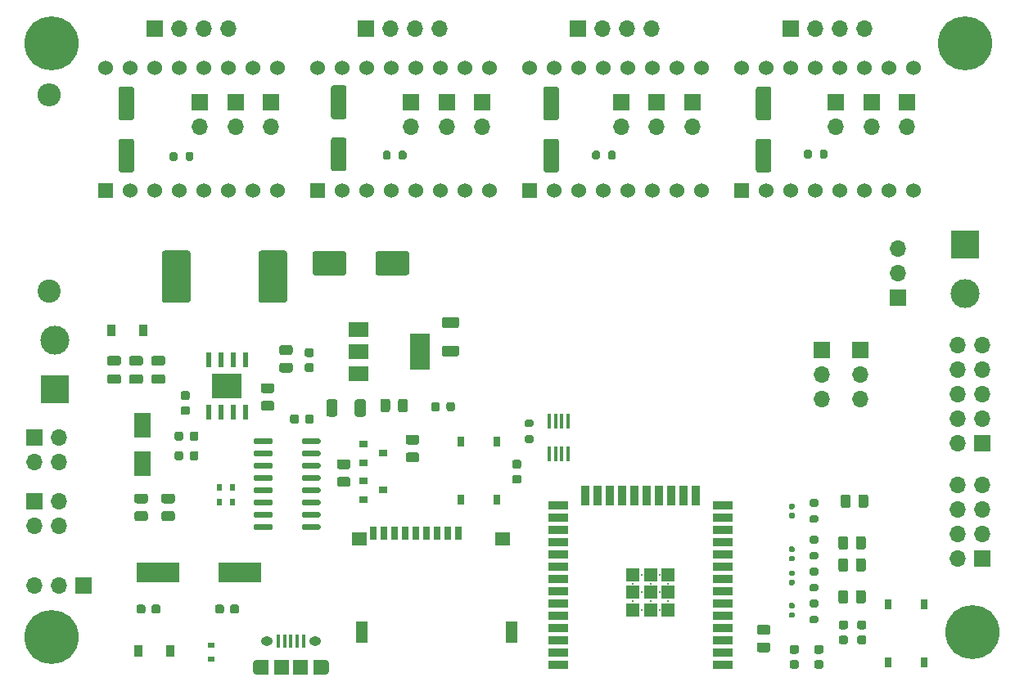
<source format=gts>
G04 #@! TF.GenerationSoftware,KiCad,Pcbnew,(5.1.9)-1*
G04 #@! TF.CreationDate,2021-11-23T21:03:06+05:30*
G04 #@! TF.ProjectId,Onyx PCB,4f6e7978-2050-4434-922e-6b696361645f,rev?*
G04 #@! TF.SameCoordinates,Original*
G04 #@! TF.FileFunction,Soldermask,Top*
G04 #@! TF.FilePolarity,Negative*
%FSLAX46Y46*%
G04 Gerber Fmt 4.6, Leading zero omitted, Abs format (unit mm)*
G04 Created by KiCad (PCBNEW (5.1.9)-1) date 2021-11-23 21:03:06*
%MOMM*%
%LPD*%
G01*
G04 APERTURE LIST*
%ADD10C,0.300000*%
%ADD11R,1.330000X1.330000*%
%ADD12R,2.000000X0.900000*%
%ADD13R,0.900000X2.000000*%
%ADD14O,1.700000X1.700000*%
%ADD15R,1.700000X1.700000*%
%ADD16O,0.890000X1.550000*%
%ADD17R,1.200000X1.550000*%
%ADD18R,1.500000X1.550000*%
%ADD19O,1.250000X0.950000*%
%ADD20R,0.400000X1.350000*%
%ADD21R,4.500000X2.000000*%
%ADD22R,1.800000X2.500000*%
%ADD23R,2.000000X1.500000*%
%ADD24R,2.000000X3.800000*%
%ADD25R,0.300000X1.600000*%
%ADD26R,0.600000X1.550000*%
%ADD27R,3.100000X2.600000*%
%ADD28C,1.530000*%
%ADD29R,1.530000X1.530000*%
%ADD30R,0.750000X1.000000*%
%ADD31R,0.900000X0.800000*%
%ADD32C,3.000000*%
%ADD33R,3.000000X3.000000*%
%ADD34R,1.200000X2.200000*%
%ADD35R,1.600000X1.400000*%
%ADD36R,0.700000X1.400000*%
%ADD37C,5.600000*%
%ADD38O,2.400000X2.400000*%
%ADD39C,2.400000*%
%ADD40R,0.900000X1.200000*%
%ADD41R,0.600000X0.700000*%
%ADD42R,0.700000X0.600000*%
G04 APERTURE END LIST*
D10*
X177882500Y-136260000D03*
X179717500Y-136260000D03*
X176965000Y-137177500D03*
X178800000Y-137177500D03*
X180635000Y-137177500D03*
X177882500Y-138095000D03*
X179717500Y-138095000D03*
X176965000Y-139012500D03*
X178800000Y-139012500D03*
X180635000Y-139012500D03*
X177882500Y-139930000D03*
X179717500Y-139930000D03*
D11*
X176965000Y-136260000D03*
X178800000Y-136260000D03*
X180635000Y-136260000D03*
X176965000Y-138095000D03*
X178800000Y-138095000D03*
X180635000Y-138095000D03*
X176965000Y-139930000D03*
X178800000Y-139930000D03*
X180635000Y-139930000D03*
D12*
X169300000Y-145595000D03*
X169300000Y-144325000D03*
X169300000Y-143055000D03*
X169300000Y-141785000D03*
X169300000Y-140515000D03*
X169300000Y-139245000D03*
X169300000Y-137975000D03*
X169300000Y-136705000D03*
X169300000Y-135435000D03*
X169300000Y-134165000D03*
X169300000Y-132895000D03*
X169300000Y-131625000D03*
X169300000Y-130355000D03*
X169300000Y-129085000D03*
D13*
X172085000Y-128085000D03*
X173355000Y-128085000D03*
X174625000Y-128085000D03*
X175895000Y-128085000D03*
X177165000Y-128085000D03*
X178435000Y-128085000D03*
X179705000Y-128085000D03*
X180975000Y-128085000D03*
X182245000Y-128085000D03*
X183515000Y-128085000D03*
D12*
X186300000Y-129085000D03*
X186300000Y-130355000D03*
X186300000Y-131625000D03*
X186300000Y-132895000D03*
X186300000Y-134165000D03*
X186300000Y-135435000D03*
X186300000Y-136705000D03*
X186300000Y-137975000D03*
X186300000Y-139245000D03*
X186300000Y-140515000D03*
X186300000Y-141785000D03*
X186300000Y-143055000D03*
X186300000Y-144325000D03*
X186300000Y-145595000D03*
G36*
G01*
X196465000Y-144455000D02*
X195965000Y-144455000D01*
G75*
G02*
X195740000Y-144230000I0J225000D01*
G01*
X195740000Y-143780000D01*
G75*
G02*
X195965000Y-143555000I225000J0D01*
G01*
X196465000Y-143555000D01*
G75*
G02*
X196690000Y-143780000I0J-225000D01*
G01*
X196690000Y-144230000D01*
G75*
G02*
X196465000Y-144455000I-225000J0D01*
G01*
G37*
G36*
G01*
X196465000Y-146005000D02*
X195965000Y-146005000D01*
G75*
G02*
X195740000Y-145780000I0J225000D01*
G01*
X195740000Y-145330000D01*
G75*
G02*
X195965000Y-145105000I225000J0D01*
G01*
X196465000Y-145105000D01*
G75*
G02*
X196690000Y-145330000I0J-225000D01*
G01*
X196690000Y-145780000D01*
G75*
G02*
X196465000Y-146005000I-225000J0D01*
G01*
G37*
G36*
G01*
X193925000Y-144455000D02*
X193425000Y-144455000D01*
G75*
G02*
X193200000Y-144230000I0J225000D01*
G01*
X193200000Y-143780000D01*
G75*
G02*
X193425000Y-143555000I225000J0D01*
G01*
X193925000Y-143555000D01*
G75*
G02*
X194150000Y-143780000I0J-225000D01*
G01*
X194150000Y-144230000D01*
G75*
G02*
X193925000Y-144455000I-225000J0D01*
G01*
G37*
G36*
G01*
X193925000Y-146005000D02*
X193425000Y-146005000D01*
G75*
G02*
X193200000Y-145780000I0J225000D01*
G01*
X193200000Y-145330000D01*
G75*
G02*
X193425000Y-145105000I225000J0D01*
G01*
X193925000Y-145105000D01*
G75*
G02*
X194150000Y-145330000I0J-225000D01*
G01*
X194150000Y-145780000D01*
G75*
G02*
X193925000Y-146005000I-225000J0D01*
G01*
G37*
D14*
X200508000Y-118110000D03*
X200508000Y-115570000D03*
D15*
X200508000Y-113030000D03*
D14*
X115062000Y-137414000D03*
X117602000Y-137414000D03*
D15*
X120142000Y-137414000D03*
D16*
X145105000Y-145826000D03*
X138105000Y-145826000D03*
D17*
X144505000Y-145826000D03*
X138705000Y-145826000D03*
D18*
X142605000Y-145826000D03*
X140605000Y-145826000D03*
D19*
X144105000Y-143126000D03*
X139105000Y-143126000D03*
D20*
X142905000Y-143126000D03*
X142255000Y-143126000D03*
X141605000Y-143126000D03*
X140955000Y-143126000D03*
X140305000Y-143126000D03*
G36*
G01*
X142724000Y-122578000D02*
X142724000Y-122278000D01*
G75*
G02*
X142874000Y-122128000I150000J0D01*
G01*
X144524000Y-122128000D01*
G75*
G02*
X144674000Y-122278000I0J-150000D01*
G01*
X144674000Y-122578000D01*
G75*
G02*
X144524000Y-122728000I-150000J0D01*
G01*
X142874000Y-122728000D01*
G75*
G02*
X142724000Y-122578000I0J150000D01*
G01*
G37*
G36*
G01*
X142724000Y-123848000D02*
X142724000Y-123548000D01*
G75*
G02*
X142874000Y-123398000I150000J0D01*
G01*
X144524000Y-123398000D01*
G75*
G02*
X144674000Y-123548000I0J-150000D01*
G01*
X144674000Y-123848000D01*
G75*
G02*
X144524000Y-123998000I-150000J0D01*
G01*
X142874000Y-123998000D01*
G75*
G02*
X142724000Y-123848000I0J150000D01*
G01*
G37*
G36*
G01*
X142724000Y-125118000D02*
X142724000Y-124818000D01*
G75*
G02*
X142874000Y-124668000I150000J0D01*
G01*
X144524000Y-124668000D01*
G75*
G02*
X144674000Y-124818000I0J-150000D01*
G01*
X144674000Y-125118000D01*
G75*
G02*
X144524000Y-125268000I-150000J0D01*
G01*
X142874000Y-125268000D01*
G75*
G02*
X142724000Y-125118000I0J150000D01*
G01*
G37*
G36*
G01*
X142724000Y-126388000D02*
X142724000Y-126088000D01*
G75*
G02*
X142874000Y-125938000I150000J0D01*
G01*
X144524000Y-125938000D01*
G75*
G02*
X144674000Y-126088000I0J-150000D01*
G01*
X144674000Y-126388000D01*
G75*
G02*
X144524000Y-126538000I-150000J0D01*
G01*
X142874000Y-126538000D01*
G75*
G02*
X142724000Y-126388000I0J150000D01*
G01*
G37*
G36*
G01*
X142724000Y-127658000D02*
X142724000Y-127358000D01*
G75*
G02*
X142874000Y-127208000I150000J0D01*
G01*
X144524000Y-127208000D01*
G75*
G02*
X144674000Y-127358000I0J-150000D01*
G01*
X144674000Y-127658000D01*
G75*
G02*
X144524000Y-127808000I-150000J0D01*
G01*
X142874000Y-127808000D01*
G75*
G02*
X142724000Y-127658000I0J150000D01*
G01*
G37*
G36*
G01*
X142724000Y-128928000D02*
X142724000Y-128628000D01*
G75*
G02*
X142874000Y-128478000I150000J0D01*
G01*
X144524000Y-128478000D01*
G75*
G02*
X144674000Y-128628000I0J-150000D01*
G01*
X144674000Y-128928000D01*
G75*
G02*
X144524000Y-129078000I-150000J0D01*
G01*
X142874000Y-129078000D01*
G75*
G02*
X142724000Y-128928000I0J150000D01*
G01*
G37*
G36*
G01*
X142724000Y-130198000D02*
X142724000Y-129898000D01*
G75*
G02*
X142874000Y-129748000I150000J0D01*
G01*
X144524000Y-129748000D01*
G75*
G02*
X144674000Y-129898000I0J-150000D01*
G01*
X144674000Y-130198000D01*
G75*
G02*
X144524000Y-130348000I-150000J0D01*
G01*
X142874000Y-130348000D01*
G75*
G02*
X142724000Y-130198000I0J150000D01*
G01*
G37*
G36*
G01*
X142724000Y-131468000D02*
X142724000Y-131168000D01*
G75*
G02*
X142874000Y-131018000I150000J0D01*
G01*
X144524000Y-131018000D01*
G75*
G02*
X144674000Y-131168000I0J-150000D01*
G01*
X144674000Y-131468000D01*
G75*
G02*
X144524000Y-131618000I-150000J0D01*
G01*
X142874000Y-131618000D01*
G75*
G02*
X142724000Y-131468000I0J150000D01*
G01*
G37*
G36*
G01*
X137774000Y-131468000D02*
X137774000Y-131168000D01*
G75*
G02*
X137924000Y-131018000I150000J0D01*
G01*
X139574000Y-131018000D01*
G75*
G02*
X139724000Y-131168000I0J-150000D01*
G01*
X139724000Y-131468000D01*
G75*
G02*
X139574000Y-131618000I-150000J0D01*
G01*
X137924000Y-131618000D01*
G75*
G02*
X137774000Y-131468000I0J150000D01*
G01*
G37*
G36*
G01*
X137774000Y-130198000D02*
X137774000Y-129898000D01*
G75*
G02*
X137924000Y-129748000I150000J0D01*
G01*
X139574000Y-129748000D01*
G75*
G02*
X139724000Y-129898000I0J-150000D01*
G01*
X139724000Y-130198000D01*
G75*
G02*
X139574000Y-130348000I-150000J0D01*
G01*
X137924000Y-130348000D01*
G75*
G02*
X137774000Y-130198000I0J150000D01*
G01*
G37*
G36*
G01*
X137774000Y-128928000D02*
X137774000Y-128628000D01*
G75*
G02*
X137924000Y-128478000I150000J0D01*
G01*
X139574000Y-128478000D01*
G75*
G02*
X139724000Y-128628000I0J-150000D01*
G01*
X139724000Y-128928000D01*
G75*
G02*
X139574000Y-129078000I-150000J0D01*
G01*
X137924000Y-129078000D01*
G75*
G02*
X137774000Y-128928000I0J150000D01*
G01*
G37*
G36*
G01*
X137774000Y-127658000D02*
X137774000Y-127358000D01*
G75*
G02*
X137924000Y-127208000I150000J0D01*
G01*
X139574000Y-127208000D01*
G75*
G02*
X139724000Y-127358000I0J-150000D01*
G01*
X139724000Y-127658000D01*
G75*
G02*
X139574000Y-127808000I-150000J0D01*
G01*
X137924000Y-127808000D01*
G75*
G02*
X137774000Y-127658000I0J150000D01*
G01*
G37*
G36*
G01*
X137774000Y-126388000D02*
X137774000Y-126088000D01*
G75*
G02*
X137924000Y-125938000I150000J0D01*
G01*
X139574000Y-125938000D01*
G75*
G02*
X139724000Y-126088000I0J-150000D01*
G01*
X139724000Y-126388000D01*
G75*
G02*
X139574000Y-126538000I-150000J0D01*
G01*
X137924000Y-126538000D01*
G75*
G02*
X137774000Y-126388000I0J150000D01*
G01*
G37*
G36*
G01*
X137774000Y-125118000D02*
X137774000Y-124818000D01*
G75*
G02*
X137924000Y-124668000I150000J0D01*
G01*
X139574000Y-124668000D01*
G75*
G02*
X139724000Y-124818000I0J-150000D01*
G01*
X139724000Y-125118000D01*
G75*
G02*
X139574000Y-125268000I-150000J0D01*
G01*
X137924000Y-125268000D01*
G75*
G02*
X137774000Y-125118000I0J150000D01*
G01*
G37*
G36*
G01*
X137774000Y-123848000D02*
X137774000Y-123548000D01*
G75*
G02*
X137924000Y-123398000I150000J0D01*
G01*
X139574000Y-123398000D01*
G75*
G02*
X139724000Y-123548000I0J-150000D01*
G01*
X139724000Y-123848000D01*
G75*
G02*
X139574000Y-123998000I-150000J0D01*
G01*
X137924000Y-123998000D01*
G75*
G02*
X137774000Y-123848000I0J150000D01*
G01*
G37*
G36*
G01*
X137774000Y-122578000D02*
X137774000Y-122278000D01*
G75*
G02*
X137924000Y-122128000I150000J0D01*
G01*
X139574000Y-122128000D01*
G75*
G02*
X139724000Y-122278000I0J-150000D01*
G01*
X139724000Y-122578000D01*
G75*
G02*
X139574000Y-122728000I-150000J0D01*
G01*
X137924000Y-122728000D01*
G75*
G02*
X137774000Y-122578000I0J150000D01*
G01*
G37*
D21*
X136330000Y-136017000D03*
X127830000Y-136017000D03*
G36*
G01*
X129355002Y-128886000D02*
X128454998Y-128886000D01*
G75*
G02*
X128205000Y-128636002I0J249998D01*
G01*
X128205000Y-128110998D01*
G75*
G02*
X128454998Y-127861000I249998J0D01*
G01*
X129355002Y-127861000D01*
G75*
G02*
X129605000Y-128110998I0J-249998D01*
G01*
X129605000Y-128636002D01*
G75*
G02*
X129355002Y-128886000I-249998J0D01*
G01*
G37*
G36*
G01*
X129355002Y-130711000D02*
X128454998Y-130711000D01*
G75*
G02*
X128205000Y-130461002I0J249998D01*
G01*
X128205000Y-129935998D01*
G75*
G02*
X128454998Y-129686000I249998J0D01*
G01*
X129355002Y-129686000D01*
G75*
G02*
X129605000Y-129935998I0J-249998D01*
G01*
X129605000Y-130461002D01*
G75*
G02*
X129355002Y-130711000I-249998J0D01*
G01*
G37*
G36*
G01*
X126561002Y-128886000D02*
X125660998Y-128886000D01*
G75*
G02*
X125411000Y-128636002I0J249998D01*
G01*
X125411000Y-128110998D01*
G75*
G02*
X125660998Y-127861000I249998J0D01*
G01*
X126561002Y-127861000D01*
G75*
G02*
X126811000Y-128110998I0J-249998D01*
G01*
X126811000Y-128636002D01*
G75*
G02*
X126561002Y-128886000I-249998J0D01*
G01*
G37*
G36*
G01*
X126561002Y-130711000D02*
X125660998Y-130711000D01*
G75*
G02*
X125411000Y-130461002I0J249998D01*
G01*
X125411000Y-129935998D01*
G75*
G02*
X125660998Y-129686000I249998J0D01*
G01*
X126561002Y-129686000D01*
G75*
G02*
X126811000Y-129935998I0J-249998D01*
G01*
X126811000Y-130461002D01*
G75*
G02*
X126561002Y-130711000I-249998J0D01*
G01*
G37*
G36*
G01*
X130460000Y-123695750D02*
X130460000Y-124208250D01*
G75*
G02*
X130241250Y-124427000I-218750J0D01*
G01*
X129803750Y-124427000D01*
G75*
G02*
X129585000Y-124208250I0J218750D01*
G01*
X129585000Y-123695750D01*
G75*
G02*
X129803750Y-123477000I218750J0D01*
G01*
X130241250Y-123477000D01*
G75*
G02*
X130460000Y-123695750I0J-218750D01*
G01*
G37*
G36*
G01*
X132035000Y-123695750D02*
X132035000Y-124208250D01*
G75*
G02*
X131816250Y-124427000I-218750J0D01*
G01*
X131378750Y-124427000D01*
G75*
G02*
X131160000Y-124208250I0J218750D01*
G01*
X131160000Y-123695750D01*
G75*
G02*
X131378750Y-123477000I218750J0D01*
G01*
X131816250Y-123477000D01*
G75*
G02*
X132035000Y-123695750I0J-218750D01*
G01*
G37*
G36*
G01*
X130460000Y-121663750D02*
X130460000Y-122176250D01*
G75*
G02*
X130241250Y-122395000I-218750J0D01*
G01*
X129803750Y-122395000D01*
G75*
G02*
X129585000Y-122176250I0J218750D01*
G01*
X129585000Y-121663750D01*
G75*
G02*
X129803750Y-121445000I218750J0D01*
G01*
X130241250Y-121445000D01*
G75*
G02*
X130460000Y-121663750I0J-218750D01*
G01*
G37*
G36*
G01*
X132035000Y-121663750D02*
X132035000Y-122176250D01*
G75*
G02*
X131816250Y-122395000I-218750J0D01*
G01*
X131378750Y-122395000D01*
G75*
G02*
X131160000Y-122176250I0J218750D01*
G01*
X131160000Y-121663750D01*
G75*
G02*
X131378750Y-121445000I218750J0D01*
G01*
X131816250Y-121445000D01*
G75*
G02*
X132035000Y-121663750I0J-218750D01*
G01*
G37*
G36*
G01*
X142423000Y-119892000D02*
X142423000Y-120392000D01*
G75*
G02*
X142198000Y-120617000I-225000J0D01*
G01*
X141748000Y-120617000D01*
G75*
G02*
X141523000Y-120392000I0J225000D01*
G01*
X141523000Y-119892000D01*
G75*
G02*
X141748000Y-119667000I225000J0D01*
G01*
X142198000Y-119667000D01*
G75*
G02*
X142423000Y-119892000I0J-225000D01*
G01*
G37*
G36*
G01*
X143973000Y-119892000D02*
X143973000Y-120392000D01*
G75*
G02*
X143748000Y-120617000I-225000J0D01*
G01*
X143298000Y-120617000D01*
G75*
G02*
X143073000Y-120392000I0J225000D01*
G01*
X143073000Y-119892000D01*
G75*
G02*
X143298000Y-119667000I225000J0D01*
G01*
X143748000Y-119667000D01*
G75*
G02*
X143973000Y-119892000I0J-225000D01*
G01*
G37*
G36*
G01*
X135326000Y-140077000D02*
X135326000Y-139577000D01*
G75*
G02*
X135551000Y-139352000I225000J0D01*
G01*
X136001000Y-139352000D01*
G75*
G02*
X136226000Y-139577000I0J-225000D01*
G01*
X136226000Y-140077000D01*
G75*
G02*
X136001000Y-140302000I-225000J0D01*
G01*
X135551000Y-140302000D01*
G75*
G02*
X135326000Y-140077000I0J225000D01*
G01*
G37*
G36*
G01*
X133776000Y-140077000D02*
X133776000Y-139577000D01*
G75*
G02*
X134001000Y-139352000I225000J0D01*
G01*
X134451000Y-139352000D01*
G75*
G02*
X134676000Y-139577000I0J-225000D01*
G01*
X134676000Y-140077000D01*
G75*
G02*
X134451000Y-140302000I-225000J0D01*
G01*
X134001000Y-140302000D01*
G75*
G02*
X133776000Y-140077000I0J225000D01*
G01*
G37*
G36*
G01*
X127198000Y-140077000D02*
X127198000Y-139577000D01*
G75*
G02*
X127423000Y-139352000I225000J0D01*
G01*
X127873000Y-139352000D01*
G75*
G02*
X128098000Y-139577000I0J-225000D01*
G01*
X128098000Y-140077000D01*
G75*
G02*
X127873000Y-140302000I-225000J0D01*
G01*
X127423000Y-140302000D01*
G75*
G02*
X127198000Y-140077000I0J225000D01*
G01*
G37*
G36*
G01*
X125648000Y-140077000D02*
X125648000Y-139577000D01*
G75*
G02*
X125873000Y-139352000I225000J0D01*
G01*
X126323000Y-139352000D01*
G75*
G02*
X126548000Y-139577000I0J-225000D01*
G01*
X126548000Y-140077000D01*
G75*
G02*
X126323000Y-140302000I-225000J0D01*
G01*
X125873000Y-140302000D01*
G75*
G02*
X125648000Y-140077000I0J225000D01*
G01*
G37*
G36*
G01*
X143760000Y-113721000D02*
X143260000Y-113721000D01*
G75*
G02*
X143035000Y-113496000I0J225000D01*
G01*
X143035000Y-113046000D01*
G75*
G02*
X143260000Y-112821000I225000J0D01*
G01*
X143760000Y-112821000D01*
G75*
G02*
X143985000Y-113046000I0J-225000D01*
G01*
X143985000Y-113496000D01*
G75*
G02*
X143760000Y-113721000I-225000J0D01*
G01*
G37*
G36*
G01*
X143760000Y-115271000D02*
X143260000Y-115271000D01*
G75*
G02*
X143035000Y-115046000I0J225000D01*
G01*
X143035000Y-114596000D01*
G75*
G02*
X143260000Y-114371000I225000J0D01*
G01*
X143760000Y-114371000D01*
G75*
G02*
X143985000Y-114596000I0J-225000D01*
G01*
X143985000Y-115046000D01*
G75*
G02*
X143760000Y-115271000I-225000J0D01*
G01*
G37*
G36*
G01*
X195982000Y-139656000D02*
X195432000Y-139656000D01*
G75*
G02*
X195232000Y-139456000I0J200000D01*
G01*
X195232000Y-139056000D01*
G75*
G02*
X195432000Y-138856000I200000J0D01*
G01*
X195982000Y-138856000D01*
G75*
G02*
X196182000Y-139056000I0J-200000D01*
G01*
X196182000Y-139456000D01*
G75*
G02*
X195982000Y-139656000I-200000J0D01*
G01*
G37*
G36*
G01*
X195982000Y-141306000D02*
X195432000Y-141306000D01*
G75*
G02*
X195232000Y-141106000I0J200000D01*
G01*
X195232000Y-140706000D01*
G75*
G02*
X195432000Y-140506000I200000J0D01*
G01*
X195982000Y-140506000D01*
G75*
G02*
X196182000Y-140706000I0J-200000D01*
G01*
X196182000Y-141106000D01*
G75*
G02*
X195982000Y-141306000I-200000J0D01*
G01*
G37*
G36*
G01*
X195432000Y-130092000D02*
X195982000Y-130092000D01*
G75*
G02*
X196182000Y-130292000I0J-200000D01*
G01*
X196182000Y-130692000D01*
G75*
G02*
X195982000Y-130892000I-200000J0D01*
G01*
X195432000Y-130892000D01*
G75*
G02*
X195232000Y-130692000I0J200000D01*
G01*
X195232000Y-130292000D01*
G75*
G02*
X195432000Y-130092000I200000J0D01*
G01*
G37*
G36*
G01*
X195432000Y-128442000D02*
X195982000Y-128442000D01*
G75*
G02*
X196182000Y-128642000I0J-200000D01*
G01*
X196182000Y-129042000D01*
G75*
G02*
X195982000Y-129242000I-200000J0D01*
G01*
X195432000Y-129242000D01*
G75*
G02*
X195232000Y-129042000I0J200000D01*
G01*
X195232000Y-128642000D01*
G75*
G02*
X195432000Y-128442000I200000J0D01*
G01*
G37*
G36*
G01*
X195982000Y-133052000D02*
X195432000Y-133052000D01*
G75*
G02*
X195232000Y-132852000I0J200000D01*
G01*
X195232000Y-132452000D01*
G75*
G02*
X195432000Y-132252000I200000J0D01*
G01*
X195982000Y-132252000D01*
G75*
G02*
X196182000Y-132452000I0J-200000D01*
G01*
X196182000Y-132852000D01*
G75*
G02*
X195982000Y-133052000I-200000J0D01*
G01*
G37*
G36*
G01*
X195982000Y-134702000D02*
X195432000Y-134702000D01*
G75*
G02*
X195232000Y-134502000I0J200000D01*
G01*
X195232000Y-134102000D01*
G75*
G02*
X195432000Y-133902000I200000J0D01*
G01*
X195982000Y-133902000D01*
G75*
G02*
X196182000Y-134102000I0J-200000D01*
G01*
X196182000Y-134502000D01*
G75*
G02*
X195982000Y-134702000I-200000J0D01*
G01*
G37*
G36*
G01*
X195432000Y-137204000D02*
X195982000Y-137204000D01*
G75*
G02*
X196182000Y-137404000I0J-200000D01*
G01*
X196182000Y-137804000D01*
G75*
G02*
X195982000Y-138004000I-200000J0D01*
G01*
X195432000Y-138004000D01*
G75*
G02*
X195232000Y-137804000I0J200000D01*
G01*
X195232000Y-137404000D01*
G75*
G02*
X195432000Y-137204000I200000J0D01*
G01*
G37*
G36*
G01*
X195432000Y-135554000D02*
X195982000Y-135554000D01*
G75*
G02*
X196182000Y-135754000I0J-200000D01*
G01*
X196182000Y-136154000D01*
G75*
G02*
X195982000Y-136354000I-200000J0D01*
G01*
X195432000Y-136354000D01*
G75*
G02*
X195232000Y-136154000I0J200000D01*
G01*
X195232000Y-135754000D01*
G75*
G02*
X195432000Y-135554000I200000J0D01*
G01*
G37*
G36*
G01*
X200298000Y-129101002D02*
X200298000Y-128200998D01*
G75*
G02*
X200547998Y-127951000I249998J0D01*
G01*
X201073002Y-127951000D01*
G75*
G02*
X201323000Y-128200998I0J-249998D01*
G01*
X201323000Y-129101002D01*
G75*
G02*
X201073002Y-129351000I-249998J0D01*
G01*
X200547998Y-129351000D01*
G75*
G02*
X200298000Y-129101002I0J249998D01*
G01*
G37*
G36*
G01*
X198473000Y-129101002D02*
X198473000Y-128200998D01*
G75*
G02*
X198722998Y-127951000I249998J0D01*
G01*
X199248002Y-127951000D01*
G75*
G02*
X199498000Y-128200998I0J-249998D01*
G01*
X199498000Y-129101002D01*
G75*
G02*
X199248002Y-129351000I-249998J0D01*
G01*
X198722998Y-129351000D01*
G75*
G02*
X198473000Y-129101002I0J249998D01*
G01*
G37*
G36*
G01*
X200044000Y-135705002D02*
X200044000Y-134804998D01*
G75*
G02*
X200293998Y-134555000I249998J0D01*
G01*
X200819002Y-134555000D01*
G75*
G02*
X201069000Y-134804998I0J-249998D01*
G01*
X201069000Y-135705002D01*
G75*
G02*
X200819002Y-135955000I-249998J0D01*
G01*
X200293998Y-135955000D01*
G75*
G02*
X200044000Y-135705002I0J249998D01*
G01*
G37*
G36*
G01*
X198219000Y-135705002D02*
X198219000Y-134804998D01*
G75*
G02*
X198468998Y-134555000I249998J0D01*
G01*
X198994002Y-134555000D01*
G75*
G02*
X199244000Y-134804998I0J-249998D01*
G01*
X199244000Y-135705002D01*
G75*
G02*
X198994002Y-135955000I-249998J0D01*
G01*
X198468998Y-135955000D01*
G75*
G02*
X198219000Y-135705002I0J249998D01*
G01*
G37*
G36*
G01*
X200044000Y-133419002D02*
X200044000Y-132518998D01*
G75*
G02*
X200293998Y-132269000I249998J0D01*
G01*
X200819002Y-132269000D01*
G75*
G02*
X201069000Y-132518998I0J-249998D01*
G01*
X201069000Y-133419002D01*
G75*
G02*
X200819002Y-133669000I-249998J0D01*
G01*
X200293998Y-133669000D01*
G75*
G02*
X200044000Y-133419002I0J249998D01*
G01*
G37*
G36*
G01*
X198219000Y-133419002D02*
X198219000Y-132518998D01*
G75*
G02*
X198468998Y-132269000I249998J0D01*
G01*
X198994002Y-132269000D01*
G75*
G02*
X199244000Y-132518998I0J-249998D01*
G01*
X199244000Y-133419002D01*
G75*
G02*
X198994002Y-133669000I-249998J0D01*
G01*
X198468998Y-133669000D01*
G75*
G02*
X198219000Y-133419002I0J249998D01*
G01*
G37*
G36*
G01*
X200044000Y-139007002D02*
X200044000Y-138106998D01*
G75*
G02*
X200293998Y-137857000I249998J0D01*
G01*
X200819002Y-137857000D01*
G75*
G02*
X201069000Y-138106998I0J-249998D01*
G01*
X201069000Y-139007002D01*
G75*
G02*
X200819002Y-139257000I-249998J0D01*
G01*
X200293998Y-139257000D01*
G75*
G02*
X200044000Y-139007002I0J249998D01*
G01*
G37*
G36*
G01*
X198219000Y-139007002D02*
X198219000Y-138106998D01*
G75*
G02*
X198468998Y-137857000I249998J0D01*
G01*
X198994002Y-137857000D01*
G75*
G02*
X199244000Y-138106998I0J-249998D01*
G01*
X199244000Y-139007002D01*
G75*
G02*
X198994002Y-139257000I-249998J0D01*
G01*
X198468998Y-139257000D01*
G75*
G02*
X198219000Y-139007002I0J249998D01*
G01*
G37*
G36*
G01*
X166518000Y-120987000D02*
X165968000Y-120987000D01*
G75*
G02*
X165768000Y-120787000I0J200000D01*
G01*
X165768000Y-120387000D01*
G75*
G02*
X165968000Y-120187000I200000J0D01*
G01*
X166518000Y-120187000D01*
G75*
G02*
X166718000Y-120387000I0J-200000D01*
G01*
X166718000Y-120787000D01*
G75*
G02*
X166518000Y-120987000I-200000J0D01*
G01*
G37*
G36*
G01*
X166518000Y-122637000D02*
X165968000Y-122637000D01*
G75*
G02*
X165768000Y-122437000I0J200000D01*
G01*
X165768000Y-122037000D01*
G75*
G02*
X165968000Y-121837000I200000J0D01*
G01*
X166518000Y-121837000D01*
G75*
G02*
X166718000Y-122037000I0J-200000D01*
G01*
X166718000Y-122437000D01*
G75*
G02*
X166518000Y-122637000I-200000J0D01*
G01*
G37*
G36*
G01*
X152673000Y-119195002D02*
X152673000Y-118294998D01*
G75*
G02*
X152922998Y-118045000I249998J0D01*
G01*
X153448002Y-118045000D01*
G75*
G02*
X153698000Y-118294998I0J-249998D01*
G01*
X153698000Y-119195002D01*
G75*
G02*
X153448002Y-119445000I-249998J0D01*
G01*
X152922998Y-119445000D01*
G75*
G02*
X152673000Y-119195002I0J249998D01*
G01*
G37*
G36*
G01*
X150848000Y-119195002D02*
X150848000Y-118294998D01*
G75*
G02*
X151097998Y-118045000I249998J0D01*
G01*
X151623002Y-118045000D01*
G75*
G02*
X151873000Y-118294998I0J-249998D01*
G01*
X151873000Y-119195002D01*
G75*
G02*
X151623002Y-119445000I-249998J0D01*
G01*
X151097998Y-119445000D01*
G75*
G02*
X150848000Y-119195002I0J249998D01*
G01*
G37*
G36*
G01*
X195472000Y-92435000D02*
X195472000Y-92985000D01*
G75*
G02*
X195272000Y-93185000I-200000J0D01*
G01*
X194872000Y-93185000D01*
G75*
G02*
X194672000Y-92985000I0J200000D01*
G01*
X194672000Y-92435000D01*
G75*
G02*
X194872000Y-92235000I200000J0D01*
G01*
X195272000Y-92235000D01*
G75*
G02*
X195472000Y-92435000I0J-200000D01*
G01*
G37*
G36*
G01*
X197122000Y-92435000D02*
X197122000Y-92985000D01*
G75*
G02*
X196922000Y-93185000I-200000J0D01*
G01*
X196522000Y-93185000D01*
G75*
G02*
X196322000Y-92985000I0J200000D01*
G01*
X196322000Y-92435000D01*
G75*
G02*
X196522000Y-92235000I200000J0D01*
G01*
X196922000Y-92235000D01*
G75*
G02*
X197122000Y-92435000I0J-200000D01*
G01*
G37*
G36*
G01*
X139642002Y-117456000D02*
X138741998Y-117456000D01*
G75*
G02*
X138492000Y-117206002I0J249998D01*
G01*
X138492000Y-116680998D01*
G75*
G02*
X138741998Y-116431000I249998J0D01*
G01*
X139642002Y-116431000D01*
G75*
G02*
X139892000Y-116680998I0J-249998D01*
G01*
X139892000Y-117206002D01*
G75*
G02*
X139642002Y-117456000I-249998J0D01*
G01*
G37*
G36*
G01*
X139642002Y-119281000D02*
X138741998Y-119281000D01*
G75*
G02*
X138492000Y-119031002I0J249998D01*
G01*
X138492000Y-118505998D01*
G75*
G02*
X138741998Y-118256000I249998J0D01*
G01*
X139642002Y-118256000D01*
G75*
G02*
X139892000Y-118505998I0J-249998D01*
G01*
X139892000Y-119031002D01*
G75*
G02*
X139642002Y-119281000I-249998J0D01*
G01*
G37*
G36*
G01*
X140646998Y-114319000D02*
X141547002Y-114319000D01*
G75*
G02*
X141797000Y-114568998I0J-249998D01*
G01*
X141797000Y-115094002D01*
G75*
G02*
X141547002Y-115344000I-249998J0D01*
G01*
X140646998Y-115344000D01*
G75*
G02*
X140397000Y-115094002I0J249998D01*
G01*
X140397000Y-114568998D01*
G75*
G02*
X140646998Y-114319000I249998J0D01*
G01*
G37*
G36*
G01*
X140646998Y-112494000D02*
X141547002Y-112494000D01*
G75*
G02*
X141797000Y-112743998I0J-249998D01*
G01*
X141797000Y-113269002D01*
G75*
G02*
X141547002Y-113519000I-249998J0D01*
G01*
X140646998Y-113519000D01*
G75*
G02*
X140397000Y-113269002I0J249998D01*
G01*
X140397000Y-112743998D01*
G75*
G02*
X140646998Y-112494000I249998J0D01*
G01*
G37*
G36*
G01*
X153727998Y-123590000D02*
X154628002Y-123590000D01*
G75*
G02*
X154878000Y-123839998I0J-249998D01*
G01*
X154878000Y-124365002D01*
G75*
G02*
X154628002Y-124615000I-249998J0D01*
G01*
X153727998Y-124615000D01*
G75*
G02*
X153478000Y-124365002I0J249998D01*
G01*
X153478000Y-123839998D01*
G75*
G02*
X153727998Y-123590000I249998J0D01*
G01*
G37*
G36*
G01*
X153727998Y-121765000D02*
X154628002Y-121765000D01*
G75*
G02*
X154878000Y-122014998I0J-249998D01*
G01*
X154878000Y-122540002D01*
G75*
G02*
X154628002Y-122790000I-249998J0D01*
G01*
X153727998Y-122790000D01*
G75*
G02*
X153478000Y-122540002I0J249998D01*
G01*
X153478000Y-122014998D01*
G75*
G02*
X153727998Y-121765000I249998J0D01*
G01*
G37*
G36*
G01*
X147516002Y-125330000D02*
X146615998Y-125330000D01*
G75*
G02*
X146366000Y-125080002I0J249998D01*
G01*
X146366000Y-124554998D01*
G75*
G02*
X146615998Y-124305000I249998J0D01*
G01*
X147516002Y-124305000D01*
G75*
G02*
X147766000Y-124554998I0J-249998D01*
G01*
X147766000Y-125080002D01*
G75*
G02*
X147516002Y-125330000I-249998J0D01*
G01*
G37*
G36*
G01*
X147516002Y-127155000D02*
X146615998Y-127155000D01*
G75*
G02*
X146366000Y-126905002I0J249998D01*
G01*
X146366000Y-126379998D01*
G75*
G02*
X146615998Y-126130000I249998J0D01*
G01*
X147516002Y-126130000D01*
G75*
G02*
X147766000Y-126379998I0J-249998D01*
G01*
X147766000Y-126905002D01*
G75*
G02*
X147516002Y-127155000I-249998J0D01*
G01*
G37*
G36*
G01*
X173565000Y-92562000D02*
X173565000Y-93112000D01*
G75*
G02*
X173365000Y-93312000I-200000J0D01*
G01*
X172965000Y-93312000D01*
G75*
G02*
X172765000Y-93112000I0J200000D01*
G01*
X172765000Y-92562000D01*
G75*
G02*
X172965000Y-92362000I200000J0D01*
G01*
X173365000Y-92362000D01*
G75*
G02*
X173565000Y-92562000I0J-200000D01*
G01*
G37*
G36*
G01*
X175215000Y-92562000D02*
X175215000Y-93112000D01*
G75*
G02*
X175015000Y-93312000I-200000J0D01*
G01*
X174615000Y-93312000D01*
G75*
G02*
X174415000Y-93112000I0J200000D01*
G01*
X174415000Y-92562000D01*
G75*
G02*
X174615000Y-92362000I200000J0D01*
G01*
X175015000Y-92362000D01*
G75*
G02*
X175215000Y-92562000I0J-200000D01*
G01*
G37*
G36*
G01*
X151911000Y-92562000D02*
X151911000Y-93112000D01*
G75*
G02*
X151711000Y-93312000I-200000J0D01*
G01*
X151311000Y-93312000D01*
G75*
G02*
X151111000Y-93112000I0J200000D01*
G01*
X151111000Y-92562000D01*
G75*
G02*
X151311000Y-92362000I200000J0D01*
G01*
X151711000Y-92362000D01*
G75*
G02*
X151911000Y-92562000I0J-200000D01*
G01*
G37*
G36*
G01*
X153561000Y-92562000D02*
X153561000Y-93112000D01*
G75*
G02*
X153361000Y-93312000I-200000J0D01*
G01*
X152961000Y-93312000D01*
G75*
G02*
X152761000Y-93112000I0J200000D01*
G01*
X152761000Y-92562000D01*
G75*
G02*
X152961000Y-92362000I200000J0D01*
G01*
X153361000Y-92362000D01*
G75*
G02*
X153561000Y-92562000I0J-200000D01*
G01*
G37*
G36*
G01*
X190950002Y-142475000D02*
X190049998Y-142475000D01*
G75*
G02*
X189800000Y-142225002I0J249998D01*
G01*
X189800000Y-141699998D01*
G75*
G02*
X190049998Y-141450000I249998J0D01*
G01*
X190950002Y-141450000D01*
G75*
G02*
X191200000Y-141699998I0J-249998D01*
G01*
X191200000Y-142225002D01*
G75*
G02*
X190950002Y-142475000I-249998J0D01*
G01*
G37*
G36*
G01*
X190950002Y-144300000D02*
X190049998Y-144300000D01*
G75*
G02*
X189800000Y-144050002I0J249998D01*
G01*
X189800000Y-143524998D01*
G75*
G02*
X190049998Y-143275000I249998J0D01*
G01*
X190950002Y-143275000D01*
G75*
G02*
X191200000Y-143524998I0J-249998D01*
G01*
X191200000Y-144050002D01*
G75*
G02*
X190950002Y-144300000I-249998J0D01*
G01*
G37*
G36*
G01*
X129877000Y-92689000D02*
X129877000Y-93239000D01*
G75*
G02*
X129677000Y-93439000I-200000J0D01*
G01*
X129277000Y-93439000D01*
G75*
G02*
X129077000Y-93239000I0J200000D01*
G01*
X129077000Y-92689000D01*
G75*
G02*
X129277000Y-92489000I200000J0D01*
G01*
X129677000Y-92489000D01*
G75*
G02*
X129877000Y-92689000I0J-200000D01*
G01*
G37*
G36*
G01*
X131527000Y-92689000D02*
X131527000Y-93239000D01*
G75*
G02*
X131327000Y-93439000I-200000J0D01*
G01*
X130927000Y-93439000D01*
G75*
G02*
X130727000Y-93239000I0J200000D01*
G01*
X130727000Y-92689000D01*
G75*
G02*
X130927000Y-92489000I200000J0D01*
G01*
X131327000Y-92489000D01*
G75*
G02*
X131527000Y-92689000I0J-200000D01*
G01*
G37*
G36*
G01*
X138247000Y-107810000D02*
X138247000Y-103010000D01*
G75*
G02*
X138547000Y-102710000I300000J0D01*
G01*
X140947000Y-102710000D01*
G75*
G02*
X141247000Y-103010000I0J-300000D01*
G01*
X141247000Y-107810000D01*
G75*
G02*
X140947000Y-108110000I-300000J0D01*
G01*
X138547000Y-108110000D01*
G75*
G02*
X138247000Y-107810000I0J300000D01*
G01*
G37*
G36*
G01*
X128247000Y-107810000D02*
X128247000Y-103010000D01*
G75*
G02*
X128547000Y-102710000I300000J0D01*
G01*
X130947000Y-102710000D01*
G75*
G02*
X131247000Y-103010000I0J-300000D01*
G01*
X131247000Y-107810000D01*
G75*
G02*
X130947000Y-108110000I-300000J0D01*
G01*
X128547000Y-108110000D01*
G75*
G02*
X128247000Y-107810000I0J300000D01*
G01*
G37*
D14*
X210566000Y-127000000D03*
X213106000Y-127000000D03*
X210566000Y-129540000D03*
X213106000Y-129540000D03*
X210566000Y-132080000D03*
X213106000Y-132080000D03*
X210566000Y-134620000D03*
D15*
X213106000Y-134620000D03*
D14*
X210566000Y-112522000D03*
X213106000Y-112522000D03*
X210566000Y-115062000D03*
X213106000Y-115062000D03*
X210566000Y-117602000D03*
X213106000Y-117602000D03*
X210566000Y-120142000D03*
X213106000Y-120142000D03*
X210566000Y-122682000D03*
D15*
X213106000Y-122682000D03*
D14*
X205359000Y-89916000D03*
D15*
X205359000Y-87376000D03*
D14*
X201676000Y-89916000D03*
D15*
X201676000Y-87376000D03*
D14*
X197993000Y-89916000D03*
D15*
X197993000Y-87376000D03*
D14*
X183134000Y-89916000D03*
D15*
X183134000Y-87376000D03*
D14*
X179451000Y-89916000D03*
D15*
X179451000Y-87376000D03*
D14*
X175768000Y-89916000D03*
D15*
X175768000Y-87376000D03*
D14*
X161417000Y-89916000D03*
D15*
X161417000Y-87376000D03*
D14*
X157734000Y-89916000D03*
D15*
X157734000Y-87376000D03*
D14*
X154051000Y-89916000D03*
D15*
X154051000Y-87376000D03*
D14*
X139573000Y-89916000D03*
D15*
X139573000Y-87376000D03*
D14*
X135890000Y-89916000D03*
D15*
X135890000Y-87376000D03*
D14*
X132207000Y-89916000D03*
D15*
X132207000Y-87376000D03*
D22*
X126238000Y-124809000D03*
X126238000Y-120809000D03*
G36*
G01*
X130933000Y-118166000D02*
X130433000Y-118166000D01*
G75*
G02*
X130208000Y-117941000I0J225000D01*
G01*
X130208000Y-117491000D01*
G75*
G02*
X130433000Y-117266000I225000J0D01*
G01*
X130933000Y-117266000D01*
G75*
G02*
X131158000Y-117491000I0J-225000D01*
G01*
X131158000Y-117941000D01*
G75*
G02*
X130933000Y-118166000I-225000J0D01*
G01*
G37*
G36*
G01*
X130933000Y-119716000D02*
X130433000Y-119716000D01*
G75*
G02*
X130208000Y-119491000I0J225000D01*
G01*
X130208000Y-119041000D01*
G75*
G02*
X130433000Y-118816000I225000J0D01*
G01*
X130933000Y-118816000D01*
G75*
G02*
X131158000Y-119041000I0J-225000D01*
G01*
X131158000Y-119491000D01*
G75*
G02*
X130933000Y-119716000I-225000J0D01*
G01*
G37*
D23*
X148615000Y-110857000D03*
X148615000Y-115457000D03*
X148615000Y-113157000D03*
D24*
X154915000Y-113157000D03*
D25*
X168316000Y-120347000D03*
X168966000Y-120347000D03*
X169616000Y-120347000D03*
X170266000Y-120347000D03*
X170266000Y-123747000D03*
X169616000Y-123747000D03*
X168966000Y-123747000D03*
X168316000Y-123747000D03*
D26*
X133096000Y-114013000D03*
X134366000Y-114013000D03*
X135636000Y-114013000D03*
X136906000Y-114013000D03*
X136906000Y-119413000D03*
X135636000Y-119413000D03*
X134366000Y-119413000D03*
X133096000Y-119413000D03*
D27*
X135001000Y-116713000D03*
D28*
X188214000Y-83820000D03*
X190754000Y-83820000D03*
X193294000Y-83820000D03*
X195834000Y-83820000D03*
X198374000Y-83820000D03*
X200914000Y-83820000D03*
X203454000Y-83820000D03*
X205994000Y-83820000D03*
X205994000Y-96520000D03*
X203454000Y-96520000D03*
X200914000Y-96520000D03*
X198374000Y-96520000D03*
X195834000Y-96520000D03*
X193294000Y-96520000D03*
X190754000Y-96520000D03*
D29*
X188214000Y-96520000D03*
D28*
X166285000Y-83820000D03*
X168825000Y-83820000D03*
X171365000Y-83820000D03*
X173905000Y-83820000D03*
X176445000Y-83820000D03*
X178985000Y-83820000D03*
X181525000Y-83820000D03*
X184065000Y-83820000D03*
X184065000Y-96520000D03*
X181525000Y-96520000D03*
X178985000Y-96520000D03*
X176445000Y-96520000D03*
X173905000Y-96520000D03*
X171365000Y-96520000D03*
X168825000Y-96520000D03*
D29*
X166285000Y-96520000D03*
D28*
X144357000Y-83820000D03*
X146897000Y-83820000D03*
X149437000Y-83820000D03*
X151977000Y-83820000D03*
X154517000Y-83820000D03*
X157057000Y-83820000D03*
X159597000Y-83820000D03*
X162137000Y-83820000D03*
X162137000Y-96520000D03*
X159597000Y-96520000D03*
X157057000Y-96520000D03*
X154517000Y-96520000D03*
X151977000Y-96520000D03*
X149437000Y-96520000D03*
X146897000Y-96520000D03*
D29*
X144357000Y-96520000D03*
D28*
X122428000Y-83820000D03*
X124968000Y-83820000D03*
X127508000Y-83820000D03*
X130048000Y-83820000D03*
X132588000Y-83820000D03*
X135128000Y-83820000D03*
X137668000Y-83820000D03*
X140208000Y-83820000D03*
X140208000Y-96520000D03*
X137668000Y-96520000D03*
X135128000Y-96520000D03*
X132588000Y-96520000D03*
X130048000Y-96520000D03*
X127508000Y-96520000D03*
X124968000Y-96520000D03*
D29*
X122428000Y-96520000D03*
D30*
X203357000Y-145367000D03*
X203357000Y-139367000D03*
X207107000Y-145367000D03*
X207107000Y-139367000D03*
X162911000Y-122476000D03*
X162911000Y-128476000D03*
X159161000Y-122476000D03*
X159161000Y-128476000D03*
D31*
X151114000Y-127508000D03*
X149114000Y-128458000D03*
X149114000Y-126558000D03*
X151114000Y-123698000D03*
X149114000Y-124648000D03*
X149114000Y-122748000D03*
D14*
X204419000Y-102464000D03*
X204419000Y-105004000D03*
D15*
X204419000Y-107544000D03*
D14*
X117602000Y-131191000D03*
X115062000Y-131191000D03*
X117602000Y-128651000D03*
D15*
X115062000Y-128651000D03*
D14*
X117602000Y-124587000D03*
X115062000Y-124587000D03*
X117602000Y-122047000D03*
D15*
X115062000Y-122047000D03*
D32*
X211328000Y-107188000D03*
D33*
X211328000Y-102108000D03*
D14*
X196494000Y-118110000D03*
X196494000Y-115570000D03*
D15*
X196494000Y-113030000D03*
D34*
X164439000Y-142188000D03*
X148939000Y-142188000D03*
D35*
X163539000Y-132588000D03*
X148689000Y-132588000D03*
D36*
X150139000Y-131988000D03*
X151239000Y-131988000D03*
X152339000Y-131988000D03*
X153439000Y-131988000D03*
X154539000Y-131988000D03*
X155639000Y-131988000D03*
X156739000Y-131988000D03*
X157839000Y-131988000D03*
X158939000Y-131988000D03*
D32*
X117221000Y-112014000D03*
D33*
X117221000Y-117094000D03*
D14*
X200914000Y-79756000D03*
X198374000Y-79756000D03*
X195834000Y-79756000D03*
D15*
X193294000Y-79756000D03*
D14*
X178943000Y-79756000D03*
X176403000Y-79756000D03*
X173863000Y-79756000D03*
D15*
X171323000Y-79756000D03*
D14*
X156972000Y-79756000D03*
X154432000Y-79756000D03*
X151892000Y-79756000D03*
D15*
X149352000Y-79756000D03*
D14*
X135138000Y-79756000D03*
X132598000Y-79756000D03*
X130058000Y-79756000D03*
D15*
X127518000Y-79756000D03*
D37*
X116840000Y-81280000D03*
X212090000Y-142240000D03*
X116840000Y-142748000D03*
X211328000Y-81280000D03*
D38*
X116586000Y-86614000D03*
D39*
X116586000Y-106934000D03*
G36*
G01*
X157003000Y-118615750D02*
X157003000Y-119128250D01*
G75*
G02*
X156784250Y-119347000I-218750J0D01*
G01*
X156346750Y-119347000D01*
G75*
G02*
X156128000Y-119128250I0J218750D01*
G01*
X156128000Y-118615750D01*
G75*
G02*
X156346750Y-118397000I218750J0D01*
G01*
X156784250Y-118397000D01*
G75*
G02*
X157003000Y-118615750I0J-218750D01*
G01*
G37*
G36*
G01*
X158578000Y-118615750D02*
X158578000Y-119128250D01*
G75*
G02*
X158359250Y-119347000I-218750J0D01*
G01*
X157921750Y-119347000D01*
G75*
G02*
X157703000Y-119128250I0J218750D01*
G01*
X157703000Y-118615750D01*
G75*
G02*
X157921750Y-118397000I218750J0D01*
G01*
X158359250Y-118397000D01*
G75*
G02*
X158578000Y-118615750I0J-218750D01*
G01*
G37*
D40*
X123064000Y-110998000D03*
X126364000Y-110998000D03*
D41*
X135574000Y-128778000D03*
X134174000Y-128778000D03*
X135574000Y-127254000D03*
X134174000Y-127254000D03*
D42*
X133350000Y-143572000D03*
X133350000Y-144972000D03*
D40*
X129158000Y-144145000D03*
X125858000Y-144145000D03*
G36*
G01*
X150344000Y-105013000D02*
X150344000Y-103013000D01*
G75*
G02*
X150594000Y-102763000I250000J0D01*
G01*
X153594000Y-102763000D01*
G75*
G02*
X153844000Y-103013000I0J-250000D01*
G01*
X153844000Y-105013000D01*
G75*
G02*
X153594000Y-105263000I-250000J0D01*
G01*
X150594000Y-105263000D01*
G75*
G02*
X150344000Y-105013000I0J250000D01*
G01*
G37*
G36*
G01*
X143844000Y-105013000D02*
X143844000Y-103013000D01*
G75*
G02*
X144094000Y-102763000I250000J0D01*
G01*
X147094000Y-102763000D01*
G75*
G02*
X147344000Y-103013000I0J-250000D01*
G01*
X147344000Y-105013000D01*
G75*
G02*
X147094000Y-105263000I-250000J0D01*
G01*
X144094000Y-105263000D01*
G75*
G02*
X143844000Y-105013000I0J250000D01*
G01*
G37*
G36*
G01*
X193251000Y-129867000D02*
X193591000Y-129867000D01*
G75*
G02*
X193731000Y-130007000I0J-140000D01*
G01*
X193731000Y-130287000D01*
G75*
G02*
X193591000Y-130427000I-140000J0D01*
G01*
X193251000Y-130427000D01*
G75*
G02*
X193111000Y-130287000I0J140000D01*
G01*
X193111000Y-130007000D01*
G75*
G02*
X193251000Y-129867000I140000J0D01*
G01*
G37*
G36*
G01*
X193251000Y-128907000D02*
X193591000Y-128907000D01*
G75*
G02*
X193731000Y-129047000I0J-140000D01*
G01*
X193731000Y-129327000D01*
G75*
G02*
X193591000Y-129467000I-140000J0D01*
G01*
X193251000Y-129467000D01*
G75*
G02*
X193111000Y-129327000I0J140000D01*
G01*
X193111000Y-129047000D01*
G75*
G02*
X193251000Y-128907000I140000J0D01*
G01*
G37*
G36*
G01*
X193591000Y-133912000D02*
X193251000Y-133912000D01*
G75*
G02*
X193111000Y-133772000I0J140000D01*
G01*
X193111000Y-133492000D01*
G75*
G02*
X193251000Y-133352000I140000J0D01*
G01*
X193591000Y-133352000D01*
G75*
G02*
X193731000Y-133492000I0J-140000D01*
G01*
X193731000Y-133772000D01*
G75*
G02*
X193591000Y-133912000I-140000J0D01*
G01*
G37*
G36*
G01*
X193591000Y-134872000D02*
X193251000Y-134872000D01*
G75*
G02*
X193111000Y-134732000I0J140000D01*
G01*
X193111000Y-134452000D01*
G75*
G02*
X193251000Y-134312000I140000J0D01*
G01*
X193591000Y-134312000D01*
G75*
G02*
X193731000Y-134452000I0J-140000D01*
G01*
X193731000Y-134732000D01*
G75*
G02*
X193591000Y-134872000I-140000J0D01*
G01*
G37*
G36*
G01*
X193251000Y-136791000D02*
X193591000Y-136791000D01*
G75*
G02*
X193731000Y-136931000I0J-140000D01*
G01*
X193731000Y-137211000D01*
G75*
G02*
X193591000Y-137351000I-140000J0D01*
G01*
X193251000Y-137351000D01*
G75*
G02*
X193111000Y-137211000I0J140000D01*
G01*
X193111000Y-136931000D01*
G75*
G02*
X193251000Y-136791000I140000J0D01*
G01*
G37*
G36*
G01*
X193251000Y-135831000D02*
X193591000Y-135831000D01*
G75*
G02*
X193731000Y-135971000I0J-140000D01*
G01*
X193731000Y-136251000D01*
G75*
G02*
X193591000Y-136391000I-140000J0D01*
G01*
X193251000Y-136391000D01*
G75*
G02*
X193111000Y-136251000I0J140000D01*
G01*
X193111000Y-135971000D01*
G75*
G02*
X193251000Y-135831000I140000J0D01*
G01*
G37*
G36*
G01*
X193591000Y-139754000D02*
X193251000Y-139754000D01*
G75*
G02*
X193111000Y-139614000I0J140000D01*
G01*
X193111000Y-139334000D01*
G75*
G02*
X193251000Y-139194000I140000J0D01*
G01*
X193591000Y-139194000D01*
G75*
G02*
X193731000Y-139334000I0J-140000D01*
G01*
X193731000Y-139614000D01*
G75*
G02*
X193591000Y-139754000I-140000J0D01*
G01*
G37*
G36*
G01*
X193591000Y-140714000D02*
X193251000Y-140714000D01*
G75*
G02*
X193111000Y-140574000I0J140000D01*
G01*
X193111000Y-140294000D01*
G75*
G02*
X193251000Y-140154000I140000J0D01*
G01*
X193591000Y-140154000D01*
G75*
G02*
X193731000Y-140294000I0J-140000D01*
G01*
X193731000Y-140574000D01*
G75*
G02*
X193591000Y-140714000I-140000J0D01*
G01*
G37*
G36*
G01*
X146420000Y-118348999D02*
X146420000Y-119649001D01*
G75*
G02*
X146170001Y-119899000I-249999J0D01*
G01*
X145519999Y-119899000D01*
G75*
G02*
X145270000Y-119649001I0J249999D01*
G01*
X145270000Y-118348999D01*
G75*
G02*
X145519999Y-118099000I249999J0D01*
G01*
X146170001Y-118099000D01*
G75*
G02*
X146420000Y-118348999I0J-249999D01*
G01*
G37*
G36*
G01*
X149370000Y-118348999D02*
X149370000Y-119649001D01*
G75*
G02*
X149120001Y-119899000I-249999J0D01*
G01*
X148469999Y-119899000D01*
G75*
G02*
X148220000Y-119649001I0J249999D01*
G01*
X148220000Y-118348999D01*
G75*
G02*
X148469999Y-118099000I249999J0D01*
G01*
X149120001Y-118099000D01*
G75*
G02*
X149370000Y-118348999I0J-249999D01*
G01*
G37*
G36*
G01*
X158765001Y-110733000D02*
X157464999Y-110733000D01*
G75*
G02*
X157215000Y-110483001I0J249999D01*
G01*
X157215000Y-109832999D01*
G75*
G02*
X157464999Y-109583000I249999J0D01*
G01*
X158765001Y-109583000D01*
G75*
G02*
X159015000Y-109832999I0J-249999D01*
G01*
X159015000Y-110483001D01*
G75*
G02*
X158765001Y-110733000I-249999J0D01*
G01*
G37*
G36*
G01*
X158765001Y-113683000D02*
X157464999Y-113683000D01*
G75*
G02*
X157215000Y-113433001I0J249999D01*
G01*
X157215000Y-112782999D01*
G75*
G02*
X157464999Y-112533000I249999J0D01*
G01*
X158765001Y-112533000D01*
G75*
G02*
X159015000Y-112782999I0J-249999D01*
G01*
X159015000Y-113433001D01*
G75*
G02*
X158765001Y-113683000I-249999J0D01*
G01*
G37*
G36*
G01*
X123792000Y-114612000D02*
X122842000Y-114612000D01*
G75*
G02*
X122592000Y-114362000I0J250000D01*
G01*
X122592000Y-113862000D01*
G75*
G02*
X122842000Y-113612000I250000J0D01*
G01*
X123792000Y-113612000D01*
G75*
G02*
X124042000Y-113862000I0J-250000D01*
G01*
X124042000Y-114362000D01*
G75*
G02*
X123792000Y-114612000I-250000J0D01*
G01*
G37*
G36*
G01*
X123792000Y-116512000D02*
X122842000Y-116512000D01*
G75*
G02*
X122592000Y-116262000I0J250000D01*
G01*
X122592000Y-115762000D01*
G75*
G02*
X122842000Y-115512000I250000J0D01*
G01*
X123792000Y-115512000D01*
G75*
G02*
X124042000Y-115762000I0J-250000D01*
G01*
X124042000Y-116262000D01*
G75*
G02*
X123792000Y-116512000I-250000J0D01*
G01*
G37*
G36*
G01*
X126062000Y-114612000D02*
X125112000Y-114612000D01*
G75*
G02*
X124862000Y-114362000I0J250000D01*
G01*
X124862000Y-113862000D01*
G75*
G02*
X125112000Y-113612000I250000J0D01*
G01*
X126062000Y-113612000D01*
G75*
G02*
X126312000Y-113862000I0J-250000D01*
G01*
X126312000Y-114362000D01*
G75*
G02*
X126062000Y-114612000I-250000J0D01*
G01*
G37*
G36*
G01*
X126062000Y-116512000D02*
X125112000Y-116512000D01*
G75*
G02*
X124862000Y-116262000I0J250000D01*
G01*
X124862000Y-115762000D01*
G75*
G02*
X125112000Y-115512000I250000J0D01*
G01*
X126062000Y-115512000D01*
G75*
G02*
X126312000Y-115762000I0J-250000D01*
G01*
X126312000Y-116262000D01*
G75*
G02*
X126062000Y-116512000I-250000J0D01*
G01*
G37*
G36*
G01*
X128364000Y-114612000D02*
X127414000Y-114612000D01*
G75*
G02*
X127164000Y-114362000I0J250000D01*
G01*
X127164000Y-113862000D01*
G75*
G02*
X127414000Y-113612000I250000J0D01*
G01*
X128364000Y-113612000D01*
G75*
G02*
X128614000Y-113862000I0J-250000D01*
G01*
X128614000Y-114362000D01*
G75*
G02*
X128364000Y-114612000I-250000J0D01*
G01*
G37*
G36*
G01*
X128364000Y-116512000D02*
X127414000Y-116512000D01*
G75*
G02*
X127164000Y-116262000I0J250000D01*
G01*
X127164000Y-115762000D01*
G75*
G02*
X127414000Y-115512000I250000J0D01*
G01*
X128364000Y-115512000D01*
G75*
G02*
X128614000Y-115762000I0J-250000D01*
G01*
X128614000Y-116262000D01*
G75*
G02*
X128364000Y-116512000I-250000J0D01*
G01*
G37*
G36*
G01*
X189950000Y-91120000D02*
X191050000Y-91120000D01*
G75*
G02*
X191300000Y-91370000I0J-250000D01*
G01*
X191300000Y-94370000D01*
G75*
G02*
X191050000Y-94620000I-250000J0D01*
G01*
X189950000Y-94620000D01*
G75*
G02*
X189700000Y-94370000I0J250000D01*
G01*
X189700000Y-91370000D01*
G75*
G02*
X189950000Y-91120000I250000J0D01*
G01*
G37*
G36*
G01*
X189950000Y-85720000D02*
X191050000Y-85720000D01*
G75*
G02*
X191300000Y-85970000I0J-250000D01*
G01*
X191300000Y-88970000D01*
G75*
G02*
X191050000Y-89220000I-250000J0D01*
G01*
X189950000Y-89220000D01*
G75*
G02*
X189700000Y-88970000I0J250000D01*
G01*
X189700000Y-85970000D01*
G75*
G02*
X189950000Y-85720000I250000J0D01*
G01*
G37*
G36*
G01*
X167979000Y-91120000D02*
X169079000Y-91120000D01*
G75*
G02*
X169329000Y-91370000I0J-250000D01*
G01*
X169329000Y-94370000D01*
G75*
G02*
X169079000Y-94620000I-250000J0D01*
G01*
X167979000Y-94620000D01*
G75*
G02*
X167729000Y-94370000I0J250000D01*
G01*
X167729000Y-91370000D01*
G75*
G02*
X167979000Y-91120000I250000J0D01*
G01*
G37*
G36*
G01*
X167979000Y-85720000D02*
X169079000Y-85720000D01*
G75*
G02*
X169329000Y-85970000I0J-250000D01*
G01*
X169329000Y-88970000D01*
G75*
G02*
X169079000Y-89220000I-250000J0D01*
G01*
X167979000Y-89220000D01*
G75*
G02*
X167729000Y-88970000I0J250000D01*
G01*
X167729000Y-85970000D01*
G75*
G02*
X167979000Y-85720000I250000J0D01*
G01*
G37*
G36*
G01*
X146008000Y-90993000D02*
X147108000Y-90993000D01*
G75*
G02*
X147358000Y-91243000I0J-250000D01*
G01*
X147358000Y-94243000D01*
G75*
G02*
X147108000Y-94493000I-250000J0D01*
G01*
X146008000Y-94493000D01*
G75*
G02*
X145758000Y-94243000I0J250000D01*
G01*
X145758000Y-91243000D01*
G75*
G02*
X146008000Y-90993000I250000J0D01*
G01*
G37*
G36*
G01*
X146008000Y-85593000D02*
X147108000Y-85593000D01*
G75*
G02*
X147358000Y-85843000I0J-250000D01*
G01*
X147358000Y-88843000D01*
G75*
G02*
X147108000Y-89093000I-250000J0D01*
G01*
X146008000Y-89093000D01*
G75*
G02*
X145758000Y-88843000I0J250000D01*
G01*
X145758000Y-85843000D01*
G75*
G02*
X146008000Y-85593000I250000J0D01*
G01*
G37*
G36*
G01*
X200910000Y-141915000D02*
X200410000Y-141915000D01*
G75*
G02*
X200185000Y-141690000I0J225000D01*
G01*
X200185000Y-141240000D01*
G75*
G02*
X200410000Y-141015000I225000J0D01*
G01*
X200910000Y-141015000D01*
G75*
G02*
X201135000Y-141240000I0J-225000D01*
G01*
X201135000Y-141690000D01*
G75*
G02*
X200910000Y-141915000I-225000J0D01*
G01*
G37*
G36*
G01*
X200910000Y-143465000D02*
X200410000Y-143465000D01*
G75*
G02*
X200185000Y-143240000I0J225000D01*
G01*
X200185000Y-142790000D01*
G75*
G02*
X200410000Y-142565000I225000J0D01*
G01*
X200910000Y-142565000D01*
G75*
G02*
X201135000Y-142790000I0J-225000D01*
G01*
X201135000Y-143240000D01*
G75*
G02*
X200910000Y-143465000I-225000J0D01*
G01*
G37*
G36*
G01*
X198505000Y-142565000D02*
X199005000Y-142565000D01*
G75*
G02*
X199230000Y-142790000I0J-225000D01*
G01*
X199230000Y-143240000D01*
G75*
G02*
X199005000Y-143465000I-225000J0D01*
G01*
X198505000Y-143465000D01*
G75*
G02*
X198280000Y-143240000I0J225000D01*
G01*
X198280000Y-142790000D01*
G75*
G02*
X198505000Y-142565000I225000J0D01*
G01*
G37*
G36*
G01*
X198505000Y-141015000D02*
X199005000Y-141015000D01*
G75*
G02*
X199230000Y-141240000I0J-225000D01*
G01*
X199230000Y-141690000D01*
G75*
G02*
X199005000Y-141915000I-225000J0D01*
G01*
X198505000Y-141915000D01*
G75*
G02*
X198280000Y-141690000I0J225000D01*
G01*
X198280000Y-141240000D01*
G75*
G02*
X198505000Y-141015000I225000J0D01*
G01*
G37*
G36*
G01*
X164723000Y-125928000D02*
X165223000Y-125928000D01*
G75*
G02*
X165448000Y-126153000I0J-225000D01*
G01*
X165448000Y-126603000D01*
G75*
G02*
X165223000Y-126828000I-225000J0D01*
G01*
X164723000Y-126828000D01*
G75*
G02*
X164498000Y-126603000I0J225000D01*
G01*
X164498000Y-126153000D01*
G75*
G02*
X164723000Y-125928000I225000J0D01*
G01*
G37*
G36*
G01*
X164723000Y-124378000D02*
X165223000Y-124378000D01*
G75*
G02*
X165448000Y-124603000I0J-225000D01*
G01*
X165448000Y-125053000D01*
G75*
G02*
X165223000Y-125278000I-225000J0D01*
G01*
X164723000Y-125278000D01*
G75*
G02*
X164498000Y-125053000I0J225000D01*
G01*
X164498000Y-124603000D01*
G75*
G02*
X164723000Y-124378000I225000J0D01*
G01*
G37*
G36*
G01*
X124037000Y-91120000D02*
X125137000Y-91120000D01*
G75*
G02*
X125387000Y-91370000I0J-250000D01*
G01*
X125387000Y-94370000D01*
G75*
G02*
X125137000Y-94620000I-250000J0D01*
G01*
X124037000Y-94620000D01*
G75*
G02*
X123787000Y-94370000I0J250000D01*
G01*
X123787000Y-91370000D01*
G75*
G02*
X124037000Y-91120000I250000J0D01*
G01*
G37*
G36*
G01*
X124037000Y-85720000D02*
X125137000Y-85720000D01*
G75*
G02*
X125387000Y-85970000I0J-250000D01*
G01*
X125387000Y-88970000D01*
G75*
G02*
X125137000Y-89220000I-250000J0D01*
G01*
X124037000Y-89220000D01*
G75*
G02*
X123787000Y-88970000I0J250000D01*
G01*
X123787000Y-85970000D01*
G75*
G02*
X124037000Y-85720000I250000J0D01*
G01*
G37*
M02*

</source>
